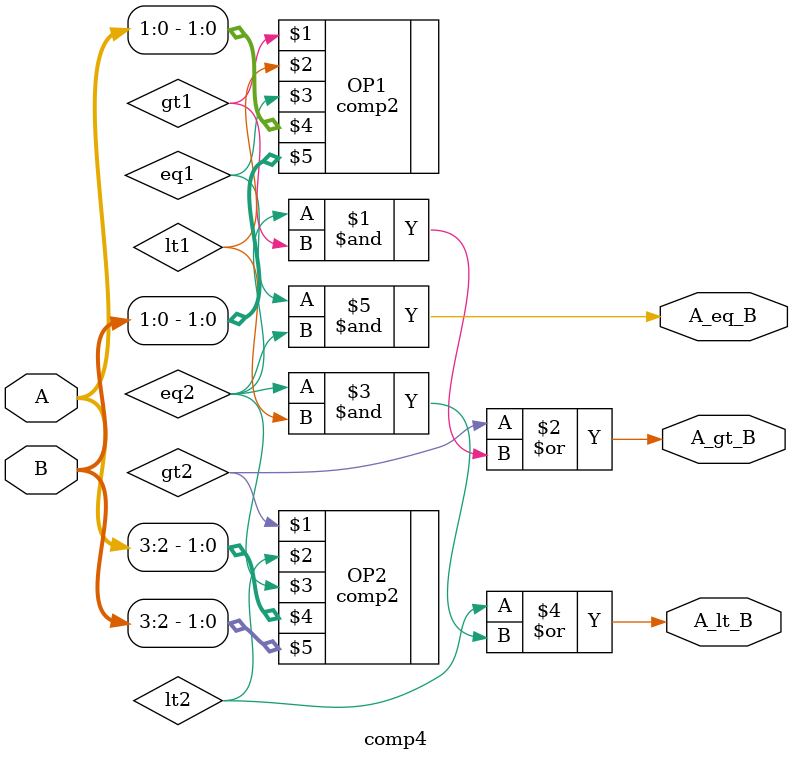
<source format=v>
module comp4(
    output A_eq_B, A_gt_B, A_lt_B, 
  	input [3:0] A, B);
    
    wire gt1, gt2, lt1, lt2, eq1, eq2;
    
    comp2 OP2(gt2, lt2, eq2, A[3:2], B[3:2]);
    comp2 OP1(gt1, lt1, eq1, A[1:0], B[1:0]);
    
    assign A_gt_B = (gt2)|(eq2 & gt1);
    assign A_lt_B = (lt2)|(eq2 & lt1);
    assign A_eq_B = eq1 & eq2; 
endmodule

</source>
